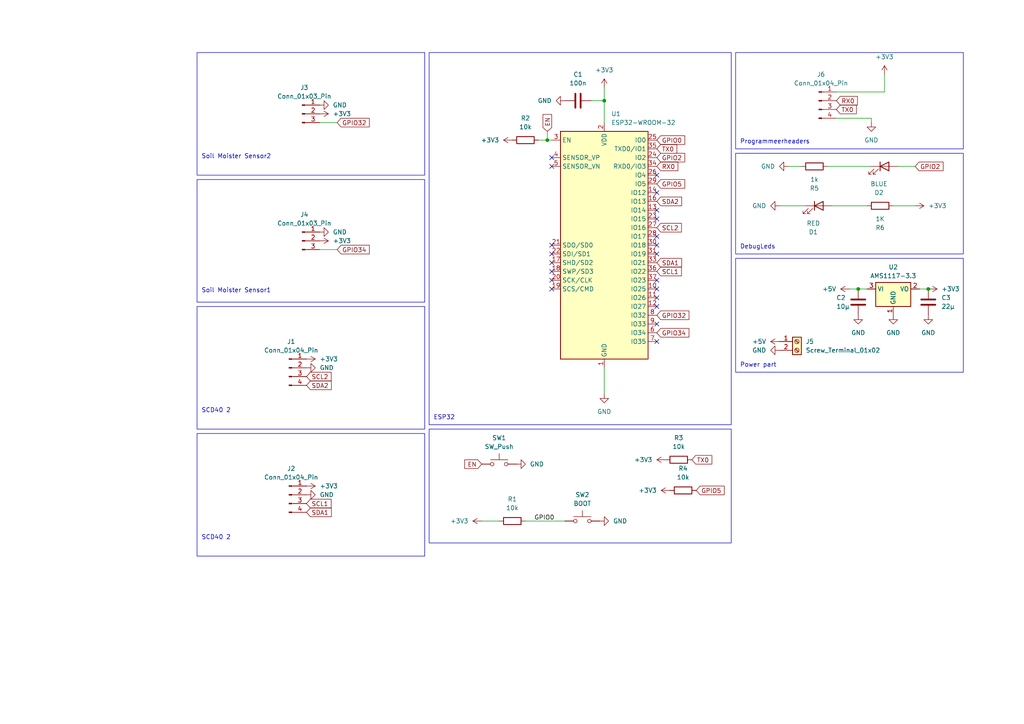
<source format=kicad_sch>
(kicad_sch (version 20231120) (generator "eeschema") (generator_version "8.0")
  (paper "A4")
  (lib_symbols
    (symbol "+3V3_1" (power) (pin_names (offset 0))
      (property "Value" "+3V3_1" (at 0 3.556 0))
      (symbol "+3V3_1_0_1"
        (polyline (pts (xy -0.762 1.27) (xy 0 2.54)))
        (polyline (pts (xy 0 0) (xy 0 2.54)))
        (polyline (pts (xy 0 2.54) (xy 0.762 1.27)))
      )
      (symbol "+3V3_1_1_1"
        (pin power_in line (at 0 0 90) (length 0) hide (name "+3V3") (number "1"))
      )
    )
    (symbol "+3V3_2" (power) (pin_names (offset 0))
      (property "Value" "+3V3_2" (at 0 3.556 0))
      (symbol "+3V3_2_0_1"
        (polyline (pts (xy -0.762 1.27) (xy 0 2.54)))
        (polyline (pts (xy 0 0) (xy 0 2.54)))
        (polyline (pts (xy 0 2.54) (xy 0.762 1.27)))
      )
      (symbol "+3V3_2_1_1"
        (pin power_in line (at 0 0 90) (length 0) hide (name "+3V3") (number "1"))
      )
    )
    (symbol "+3V3_3" (power) (pin_names (offset 0))
      (property "Value" "+3V3_3" (at 0 3.556 0))
      (symbol "+3V3_3_0_1"
        (polyline (pts (xy -0.762 1.27) (xy 0 2.54)))
        (polyline (pts (xy 0 0) (xy 0 2.54)))
        (polyline (pts (xy 0 2.54) (xy 0.762 1.27)))
      )
      (symbol "+3V3_3_1_1"
        (pin power_in line (at 0 0 90) (length 0) hide (name "+3V3") (number "1"))
      )
    )
    (symbol "+3V3_4" (power) (pin_names (offset 0))
      (property "Value" "+3V3_4" (at 0 3.556 0))
      (symbol "+3V3_4_0_1"
        (polyline (pts (xy -0.762 1.27) (xy 0 2.54)))
        (polyline (pts (xy 0 0) (xy 0 2.54)))
        (polyline (pts (xy 0 2.54) (xy 0.762 1.27)))
      )
      (symbol "+3V3_4_1_1"
        (pin power_in line (at 0 0 90) (length 0) hide (name "+3V3") (number "1"))
      )
    )
    (symbol "+3V3_5" (power) (pin_names (offset 0))
      (property "Value" "+3V3_5" (at 0 3.556 0))
      (symbol "+3V3_5_0_1"
        (polyline (pts (xy -0.762 1.27) (xy 0 2.54)))
        (polyline (pts (xy 0 0) (xy 0 2.54)))
        (polyline (pts (xy 0 2.54) (xy 0.762 1.27)))
      )
      (symbol "+3V3_5_1_1"
        (pin power_in line (at 0 0 90) (length 0) hide (name "+3V3") (number "1"))
      )
    )
    (symbol "+3V3_6" (power) (pin_names (offset 0))
      (property "Value" "+3V3_6" (at 0 3.556 0))
      (symbol "+3V3_6_0_1"
        (polyline (pts (xy -0.762 1.27) (xy 0 2.54)))
        (polyline (pts (xy 0 0) (xy 0 2.54)))
        (polyline (pts (xy 0 2.54) (xy 0.762 1.27)))
      )
      (symbol "+3V3_6_1_1"
        (pin power_in line (at 0 0 90) (length 0) hide (name "+3V3") (number "1"))
      )
    )
    (symbol "+5V_1" (power) (pin_names (offset 0))
      (property "Value" "+5V_1" (at 0 3.556 0))
      (symbol "+5V_1_0_1"
        (polyline (pts (xy -0.762 1.27) (xy 0 2.54)))
        (polyline (pts (xy 0 0) (xy 0 2.54)))
        (polyline (pts (xy 0 2.54) (xy 0.762 1.27)))
      )
      (symbol "+5V_1_1_1"
        (pin power_in line (at 0 0 90) (length 0) hide (name "+5V") (number "1"))
      )
    )
    (symbol "Connector:Conn_01x03_Pin" (pin_names (offset 1.016) hide)
      (property "Reference" "J" (at 0 5.08 0))
      (property "Value" "Conn_01x03_Pin" (at 0 -5.08 0))
      (symbol "Conn_01x03_Pin_1_1"
        (polyline (pts (xy 1.27 -2.54) (xy 0.8636 -2.54)) (stroke (width 0.1524)))
        (polyline (pts (xy 1.27 0) (xy 0.8636 0)) (stroke (width 0.1524)))
        (polyline (pts (xy 1.27 2.54) (xy 0.8636 2.54)) (stroke (width 0.1524)))
        (rectangle (start 0.8636 -2.413) (end 0 -2.667) (stroke (width 0.1524)) (fill (type outline)))
        (rectangle (start 0.8636 0.127) (end 0 -0.127) (stroke (width 0.1524)) (fill (type outline)))
        (rectangle (start 0.8636 2.667) (end 0 2.413) (stroke (width 0.1524)) (fill (type outline)))
        (pin passive line (at 5.08 2.54 180) (length 3.81) (name "Pin_1") (number "1"))
        (pin passive line (at 5.08 0 180) (length 3.81) (name "Pin_2") (number "2"))
        (pin passive line (at 5.08 -2.54 180) (length 3.81) (name "Pin_3") (number "3"))
      )
    )
    (symbol "Connector:Conn_01x04_Pin" (pin_names (offset 1.016) hide)
      (property "Reference" "J" (at 0 5.08 0))
      (property "Value" "Conn_01x04_Pin" (at 0 -7.62 0))
      (symbol "Conn_01x04_Pin_1_1"
        (polyline (pts (xy 1.27 -5.08) (xy 0.8636 -5.08)) (stroke (width 0.1524)))
        (polyline (pts (xy 1.27 -2.54) (xy 0.8636 -2.54)) (stroke (width 0.1524)))
        (polyline (pts (xy 1.27 0) (xy 0.8636 0)) (stroke (width 0.1524)))
        (polyline (pts (xy 1.27 2.54) (xy 0.8636 2.54)) (stroke (width 0.1524)))
        (rectangle (start 0.8636 -4.953) (end 0 -5.207) (stroke (width 0.1524)) (fill (type outline)))
        (rectangle (start 0.8636 -2.413) (end 0 -2.667) (stroke (width 0.1524)) (fill (type outline)))
        (rectangle (start 0.8636 0.127) (end 0 -0.127) (stroke (width 0.1524)) (fill (type outline)))
        (rectangle (start 0.8636 2.667) (end 0 2.413) (stroke (width 0.1524)) (fill (type outline)))
        (pin passive line (at 5.08 2.54 180) (length 3.81) (name "Pin_1") (number "1"))
        (pin passive line (at 5.08 0 180) (length 3.81) (name "Pin_2") (number "2"))
        (pin passive line (at 5.08 -2.54 180) (length 3.81) (name "Pin_3") (number "3"))
        (pin passive line (at 5.08 -5.08 180) (length 3.81) (name "Pin_4") (number "4"))
      )
    )
    (symbol "Connector:Screw_Terminal_01x02" (pin_names (offset 1.016) hide)
      (property "Reference" "J" (at 0 2.54 0))
      (property "Value" "Screw_Terminal_01x02" (at 0 -5.08 0))
      (symbol "Screw_Terminal_01x02_1_1"
        (rectangle (start -1.27 1.27) (end 1.27 -3.81) (stroke (width 0.254)) (fill (type background)))
        (circle (center 0 -2.54) (radius 0.635) (stroke (width 0.1524)))
        (polyline (pts (xy -0.5334 -2.2098) (xy 0.3302 -3.048)) (stroke (width 0.1524)))
        (polyline (pts (xy -0.5334 0.3302) (xy 0.3302 -0.508)) (stroke (width 0.1524)))
        (polyline (pts (xy -0.3556 -2.032) (xy 0.508 -2.8702)) (stroke (width 0.1524)))
        (polyline (pts (xy -0.3556 0.508) (xy 0.508 -0.3302)) (stroke (width 0.1524)))
        (circle (center 0 0) (radius 0.635) (stroke (width 0.1524)))
        (pin passive line (at -5.08 0 0) (length 3.81) (name "Pin_1") (number "1"))
        (pin passive line (at -5.08 -2.54 0) (length 3.81) (name "Pin_2") (number "2"))
      )
    )
    (symbol "Device:C" (pin_numbers hide) (pin_names (offset 0.254))
      (property "Reference" "C" (at 0.635 2.54 0))
      (property "Value" "C" (at 0.635 -2.54 0))
      (symbol "C_0_1"
        (polyline (pts (xy -2.032 -0.762) (xy 2.032 -0.762)) (stroke (width 0.508)))
        (polyline (pts (xy -2.032 0.762) (xy 2.032 0.762)) (stroke (width 0.508)))
      )
      (symbol "C_1_1"
        (pin passive line (at 0 3.81 270) (length 2.794) (name "~") (number "1"))
        (pin passive line (at 0 -3.81 90) (length 2.794) (name "~") (number "2"))
      )
    )
    (symbol "Device:LED" (pin_numbers hide) (pin_names (offset 1.016) hide)
      (property "Reference" "D" (at 0 2.54 0))
      (property "Value" "LED" (at 0 -2.54 0))
      (symbol "LED_0_1"
        (polyline (pts (xy -1.27 -1.27) (xy -1.27 1.27)) (stroke (width 0.254)))
        (polyline (pts (xy -1.27 0) (xy 1.27 0)))
        (polyline (pts (xy 1.27 -1.27) (xy 1.27 1.27) (xy -1.27 0) (xy 1.27 -1.27)) (stroke (width 0.254)))
        (polyline (pts (xy -3.048 -0.762) (xy -4.572 -2.286) (xy -3.81 -2.286) (xy -4.572 -2.286) (xy -4.572 -1.524)))
        (polyline (pts (xy -1.778 -0.762) (xy -3.302 -2.286) (xy -2.54 -2.286) (xy -3.302 -2.286) (xy -3.302 -1.524)))
      )
      (symbol "LED_1_1"
        (pin passive line (at -3.81 0 0) (length 2.54) (name "K") (number "1"))
        (pin passive line (at 3.81 0 180) (length 2.54) (name "A") (number "2"))
      )
    )
    (symbol "Device:R" (pin_numbers hide) (pin_names (offset 0))
      (property "Reference" "R" (at 2.032 0 90))
      (property "Value" "R" (at 0 0 90))
      (symbol "R_0_1"
        (rectangle (start -1.016 -2.54) (end 1.016 2.54) (stroke (width 0.254)))
      )
      (symbol "R_1_1"
        (pin passive line (at 0 3.81 270) (length 1.27) (name "~") (number "1"))
        (pin passive line (at 0 -3.81 90) (length 1.27) (name "~") (number "2"))
      )
    )
    (symbol "GND_5" (power) (pin_names (offset 0))
      (property "Value" "GND_5" (at 0 -3.81 0))
      (symbol "GND_5_0_1"
        (polyline (pts (xy 0 0) (xy 0 -1.27) (xy 1.27 -1.27) (xy 0 -2.54) (xy -1.27 -1.27) (xy 0 -1.27)))
      )
      (symbol "GND_5_1_1"
        (pin power_in line (at 0 0 270) (length 0) hide (name "GND") (number "1"))
      )
    )
    (symbol "GND_6" (power) (pin_names (offset 0))
      (property "Value" "GND_6" (at 0 -3.81 0))
      (symbol "GND_6_0_1"
        (polyline (pts (xy 0 0) (xy 0 -1.27) (xy 1.27 -1.27) (xy 0 -2.54) (xy -1.27 -1.27) (xy 0 -1.27)))
      )
      (symbol "GND_6_1_1"
        (pin power_in line (at 0 0 270) (length 0) hide (name "GND") (number "1"))
      )
    )
    (symbol "RF_Module:ESP32-WROOM-32"
      (property "Reference" "U1" (at 2.0194 38.1 0))
      (property "Value" "ESP32-WROOM-32" (at 2.0194 35.56 0))
      (symbol "ESP32-WROOM-32_0_1"
        (rectangle (start -12.7 33.02) (end 12.7 -33.02) (stroke (width 0.254)) (fill (type background)))
      )
      (symbol "ESP32-WROOM-32_1_1"
        (pin power_in line (at 0 -35.56 90) (length 2.54) (name "GND") (number "1"))
        (pin bidirectional line (at 15.24 -12.7 180) (length 2.54) (name "IO25") (number "10"))
        (pin bidirectional line (at 15.24 -15.24 180) (length 2.54) (name "IO26") (number "11"))
        (pin bidirectional line (at 15.24 -17.78 180) (length 2.54) (name "IO27") (number "12"))
        (pin bidirectional line (at 15.24 10.16 180) (length 2.54) (name "IO14") (number "13"))
        (pin bidirectional line (at 15.24 15.24 180) (length 2.54) (name "IO12") (number "14"))
        (pin power_out line (at 0 -35.56 90) (length 2.54) hide (name "GND") (number "15"))
        (pin bidirectional line (at 15.24 12.7 180) (length 2.54) (name "IO13") (number "16"))
        (pin bidirectional line (at -15.24 -5.08 0) (length 2.54) (name "SHD/SD2") (number "17"))
        (pin bidirectional line (at -15.24 -7.62 0) (length 2.54) (name "SWP/SD3") (number "18"))
        (pin bidirectional line (at -15.24 -12.7 0) (length 2.54) (name "SCS/CMD") (number "19"))
        (pin power_in line (at 0 35.56 270) (length 2.54) (name "VDD") (number "2"))
        (pin bidirectional line (at -15.24 -10.16 0) (length 2.54) (name "SCK/CLK") (number "20"))
        (pin bidirectional line (at -15.24 0 0) (length 2.54) (name "SDO/SD0") (number "21"))
        (pin bidirectional line (at -15.24 -2.54 0) (length 2.54) (name "SDI/SD1") (number "22"))
        (pin bidirectional line (at 15.24 7.62 180) (length 2.54) (name "IO15") (number "23"))
        (pin bidirectional line (at 15.24 25.4 180) (length 2.54) (name "IO2") (number "24"))
        (pin bidirectional line (at 15.24 30.48 180) (length 2.54) (name "IO0") (number "25"))
        (pin bidirectional line (at 15.24 20.32 180) (length 2.54) (name "IO4") (number "26"))
        (pin bidirectional line (at 15.24 5.08 180) (length 2.54) (name "IO16") (number "27"))
        (pin bidirectional line (at 15.24 2.54 180) (length 2.54) (name "IO17") (number "28"))
        (pin bidirectional line (at 15.24 17.78 180) (length 2.54) (name "IO5") (number "29"))
        (pin input line (at -15.24 30.48 0) (length 2.54) (name "EN") (number "3"))
        (pin bidirectional line (at 15.24 0 180) (length 2.54) (name "IO18") (number "30"))
        (pin bidirectional line (at 15.24 -2.54 180) (length 2.54) (name "IO19") (number "31"))
        (pin no_connect line (at -12.7 -27.94 0) (length 2.54) hide (name "NC") (number "32"))
        (pin bidirectional line (at 15.24 -5.08 180) (length 2.54) (name "IO21") (number "33"))
        (pin bidirectional line (at 15.24 22.86 180) (length 2.54) (name "RXD0/IO3") (number "34"))
        (pin bidirectional line (at 15.24 27.94 180) (length 2.54) (name "TXD0/IO1") (number "35"))
        (pin bidirectional line (at 15.24 -7.62 180) (length 2.54) (name "IO22") (number "36"))
        (pin bidirectional line (at 15.24 -10.16 180) (length 2.54) (name "IO23") (number "37"))
        (pin passive line (at 0 -35.56 90) (length 2.54) hide (name "GND") (number "38"))
        (pin passive line (at 0 -35.56 90) (length 2.54) hide (name "GND") (number "39"))
        (pin input line (at -15.24 25.4 0) (length 2.54) (name "SENSOR_VP") (number "4"))
        (pin input line (at -15.24 22.86 0) (length 2.54) (name "SENSOR_VN") (number "5"))
        (pin input line (at 15.24 -25.4 180) (length 2.54) (name "IO34") (number "6"))
        (pin input line (at 15.24 -27.94 180) (length 2.54) (name "IO35") (number "7"))
        (pin bidirectional line (at 15.24 -20.32 180) (length 2.54) (name "IO32") (number "8"))
        (pin bidirectional line (at 15.24 -22.86 180) (length 2.54) (name "IO33") (number "9"))
      )
    )
    (symbol "Regulator_Linear:AMS1117-3.3"
      (property "Reference" "U3" (at 0 6.35 0))
      (property "Value" "AMS1117-3.3" (at 0 3.81 0))
      (symbol "AMS1117-3.3_0_1"
        (rectangle (start -5.08 -5.08) (end 5.08 1.905) (stroke (width 0.254)) (fill (type background)))
      )
      (symbol "AMS1117-3.3_1_1"
        (pin power_in line (at 0 -7.62 90) (length 2.54) (name "GND") (number "1"))
        (pin power_out line (at 7.62 0 180) (length 2.54) (name "VO") (number "2"))
        (pin power_out line (at -7.62 0 0) (length 2.54) (name "VI") (number "3"))
      )
    )
    (symbol "Switch:SW_Push" (pin_numbers hide) (pin_names (offset 1.016) hide)
      (property "Reference" "SW" (at 1.27 2.54 0))
      (property "Value" "SW_Push" (at 0 -1.524 0))
      (symbol "SW_Push_0_1"
        (circle (center -2.032 0) (radius 0.508))
        (polyline (pts (xy 0 1.27) (xy 0 3.048)))
        (polyline (pts (xy 2.54 1.27) (xy -2.54 1.27)))
        (circle (center 2.032 0) (radius 0.508))
        (pin passive line (at -5.08 0 0) (length 2.54) (name "1") (number "1"))
        (pin passive line (at 5.08 0 180) (length 2.54) (name "2") (number "2"))
      )
    )
    (symbol "power:+5V" (power) (pin_names (offset 0))
      (property "Value" "+5V" (at 0 3.556 0))
      (symbol "+5V_0_1"
        (polyline (pts (xy -0.762 1.27) (xy 0 2.54)))
        (polyline (pts (xy 0 0) (xy 0 2.54)))
        (polyline (pts (xy 0 2.54) (xy 0.762 1.27)))
      )
      (symbol "+5V_1_1"
        (pin power_in line (at 0 0 90) (length 0) hide (name "+5V") (number "1"))
      )
    )
  )
  (junction (at 158.75 40.64))
  (junction (at 175.26 29.21))
  (junction (at 248.92 83.82))
  (junction (at 269.24 83.82))
  (no_connect (at 190.5 86.36))
  (no_connect (at 190.5 99.06))
  (no_connect (at 190.5 83.82))
  (no_connect (at 160.02 83.82))
  (no_connect (at 190.5 88.9))
  (no_connect (at 190.5 81.28))
  (no_connect (at 160.02 45.72))
  (no_connect (at 160.02 81.28))
  (no_connect (at 190.5 71.12))
  (no_connect (at 160.02 71.12))
  (no_connect (at 190.5 63.5))
  (no_connect (at 190.5 73.66))
  (no_connect (at 160.02 76.2))
  (no_connect (at 190.5 60.96))
  (no_connect (at 190.5 93.98))
  (no_connect (at 190.5 68.58))
  (no_connect (at 160.02 48.26))
  (no_connect (at 190.5 50.8))
  (no_connect (at 160.02 73.66))
  (no_connect (at 190.5 55.88))
  (no_connect (at 160.02 78.74))
  (wire (pts (xy 265.43 48.26) (xy 260.35 48.26)))
  (wire (pts (xy 175.26 106.68) (xy 175.26 114.3)))
  (wire (pts (xy 266.7 83.82) (xy 269.24 83.82)))
  (wire (pts (xy 232.41 48.26) (xy 228.6 48.26)))
  (wire (pts (xy 242.57 26.67) (xy 256.54 26.67)))
  (wire (pts (xy 139.7 151.13) (xy 144.78 151.13)))
  (wire (pts (xy 256.54 21.59) (xy 256.54 26.67)))
  (wire (pts (xy 248.92 83.82) (xy 251.46 83.82)))
  (wire (pts (xy 175.26 25.4) (xy 175.26 29.21)))
  (wire (pts (xy 175.26 29.21) (xy 175.26 35.56)))
  (wire (pts (xy 92.71 35.56) (xy 97.79 35.56)))
  (wire (pts (xy 252.73 34.29) (xy 252.73 35.56)))
  (wire (pts (xy 171.45 29.21) (xy 175.26 29.21)))
  (wire (pts (xy 156.21 40.64) (xy 158.75 40.64)))
  (wire (pts (xy 242.57 34.29) (xy 252.73 34.29)))
  (wire (pts (xy 246.38 83.82) (xy 248.92 83.82)))
  (wire (pts (xy 252.73 48.26) (xy 240.03 48.26)))
  (wire (pts (xy 265.43 59.69) (xy 259.08 59.69)))
  (wire (pts (xy 92.71 72.39) (xy 97.79 72.39)))
  (wire (pts (xy 158.75 40.64) (xy 160.02 40.64)))
  (wire (pts (xy 152.4 151.13) (xy 163.83 151.13)))
  (wire (pts (xy 158.75 38.1) (xy 158.75 40.64)))
  (wire (pts (xy 233.68 59.69) (xy 226.06 59.69)))
  (wire (pts (xy 251.46 59.69) (xy 241.3 59.69)))
  (rectangle (start 124.46 15.24) (end 212.09 123.19))
  (rectangle (start 57.15 15.24) (end 123.19 50.8))
  (rectangle (start 57.15 52.07) (end 123.19 87.63))
  (rectangle (start 213.36 74.93) (end 279.4 107.95))
  (rectangle (start 213.36 15.24) (end 279.4 43.18))
  (rectangle (start 124.46 124.46) (end 212.09 157.48))
  (rectangle (start 213.36 44.45) (end 279.4 73.66))
  (rectangle (start 57.15 88.9) (end 123.19 124.46))
  (rectangle (start 57.15 125.73) (end 123.19 161.29))
  (text "DebugLeds\n" (at 214.63 72.39 0) (effects (font (size 1.27 1.27)) (justify left bottom)))
  (text "Soil Moister Sensor1\n" (at 58.42 85.09 0) (effects (font (size 1.27 1.27)) (justify left bottom)))
  (text "Soil Moister Sensor2\n\n" (at 58.42 48.26 0) (effects (font (size 1.27 1.27)) (justify left bottom)))
  (text "Programmeerheaders" (at 214.63 41.91 0) (effects (font (size 1.27 1.27)) (justify left bottom)))
  (text "SCD40 2\n\n" (at 58.42 121.92 0) (effects (font (size 1.27 1.27)) (justify left bottom)))
  (text "ESP32\n" (at 125.73 121.92 0) (effects (font (size 1.27 1.27)) (justify left bottom)))
  (text "Power part\n" (at 214.63 106.68 0) (effects (font (size 1.27 1.27)) (justify left bottom)))
  (text "SCD40 2\n\n" (at 58.42 158.75 0) (effects (font (size 1.27 1.27)) (justify left bottom)))
  (label "GPIO0" (at 154.94 151.13 0))
  (global_label "GPIO5" (shape input) (at 190.5 53.34 0) (property "Intersheetrefs" "${INTERSHEET_REFS}" (effects (hide yes))))
  (global_label "EN" (shape input) (at 139.7 134.62 180) (property "Intersheetrefs" "${INTERSHEET_REFS}" (effects (hide yes))))
  (global_label "SCL1" (shape input) (at 88.9 146.05 0) (property "Intersheetrefs" "${INTERSHEET_REFS}" (effects (hide yes))))
  (global_label "GPIO0" (shape input) (at 190.5 40.64 0) (property "Intersheetrefs" "${INTERSHEET_REFS}" (effects (hide yes))))
  (global_label "SCL2" (shape input) (at 190.5 66.04 0) (property "Intersheetrefs" "${INTERSHEET_REFS}" (effects (hide yes))))
  (global_label "RX0" (shape input) (at 190.5 48.26 0) (property "Intersheetrefs" "${INTERSHEET_REFS}" (effects (hide yes))))
  (global_label "EN" (shape input) (at 158.75 38.1 90) (property "Intersheetrefs" "${INTERSHEET_REFS}" (effects (hide yes))))
  (global_label "TX0" (shape input) (at 242.57 31.75 0) (property "Intersheetrefs" "${INTERSHEET_REFS}" (effects (hide yes))))
  (global_label "GPIO34" (shape input) (at 190.5 96.52 0) (property "Intersheetrefs" "${INTERSHEET_REFS}" (effects (hide yes))))
  (global_label "GPIO32" (shape input) (at 97.79 35.56 0) (property "Intersheetrefs" "${INTERSHEET_REFS}" (effects (hide yes))))
  (global_label "SDA1" (shape input) (at 88.9 148.59 0) (property "Intersheetrefs" "${INTERSHEET_REFS}" (effects (hide yes))))
  (global_label "GPIO32" (shape input) (at 190.5 91.44 0) (property "Intersheetrefs" "${INTERSHEET_REFS}" (effects (hide yes))))
  (global_label "SDA2" (shape input) (at 190.5 58.42 0) (property "Intersheetrefs" "${INTERSHEET_REFS}" (effects (hide yes))))
  (global_label "SCL2" (shape input) (at 88.9 109.22 0) (property "Intersheetrefs" "${INTERSHEET_REFS}" (effects (hide yes))))
  (global_label "GPIO5" (shape input) (at 201.93 142.24 0) (property "Intersheetrefs" "${INTERSHEET_REFS}" (effects (hide yes))))
  (global_label "SDA1" (shape input) (at 190.5 76.2 0) (property "Intersheetrefs" "${INTERSHEET_REFS}" (effects (hide yes))))
  (global_label "RX0" (shape input) (at 242.57 29.21 0) (property "Intersheetrefs" "${INTERSHEET_REFS}" (effects (hide yes))))
  (global_label "SDA2" (shape input) (at 88.9 111.76 0) (property "Intersheetrefs" "${INTERSHEET_REFS}" (effects (hide yes))))
  (global_label "TX0" (shape input) (at 190.5 43.18 0) (property "Intersheetrefs" "${INTERSHEET_REFS}" (effects (hide yes))))
  (global_label "TX0" (shape input) (at 200.66 133.35 0) (property "Intersheetrefs" "${INTERSHEET_REFS}" (effects (hide yes))))
  (global_label "GPIO2" (shape input) (at 190.5 45.72 0) (property "Intersheetrefs" "${INTERSHEET_REFS}" (effects (hide yes))))
  (global_label "GPIO34" (shape input) (at 97.79 72.39 0) (property "Intersheetrefs" "${INTERSHEET_REFS}" (effects (hide yes))))
  (global_label "GPIO2" (shape input) (at 265.43 48.26 0) (property "Intersheetrefs" "${INTERSHEET_REFS}" (effects (hide yes))))
  (global_label "SCL1" (shape input) (at 190.5 78.74 0) (property "Intersheetrefs" "${INTERSHEET_REFS}" (effects (hide yes))))
  (symbol (lib_name "GND_5") (lib_id "power:GND") (at 175.26 114.3 0) (unit 1)
    (property "Reference" "#PWR015" (effects (hide yes)))
    (property "Value" "GND" (at 175.26 119.38 0))
  )
  (symbol (lib_id "Connector:Conn_01x04_Pin") (at 237.49 29.21 0) (unit 1)
    (property "Reference" "J6" (at 238.125 21.59 0))
    (property "Value" "Conn_01x04_Pin" (at 238.125 24.13 0))
    (property "Footprint" "Connector_PinHeader_2.54mm:PinHeader_1x04_P2.54mm_Vertical" (effects (hide yes)))
  )
  (symbol (lib_id "Device:C") (at 167.64 29.21 90) (unit 1)
    (property "Reference" "C1" (at 167.64 21.59 90))
    (property "Value" "100n" (at 167.64 24.13 90))
    (property "Footprint" "Capacitor_SMD:C_0805_2012Metric" (effects (hide yes)))
  )
  (symbol (lib_name "GND_6") (lib_id "power:GND") (at 259.08 91.44 0) (unit 1)
    (property "Reference" "#PWR026" (effects (hide yes)))
    (property "Value" "GND" (at 259.08 96.52 0))
  )
  (symbol (lib_name "GND_6") (lib_id "power:GND") (at 252.73 35.56 0) (unit 1)
    (property "Reference" "#PWR024" (effects (hide yes)))
    (property "Value" "GND" (at 252.73 40.64 0))
  )
  (symbol (lib_id "RF_Module:ESP32-WROOM-32") (at 175.26 71.12 0) (unit 1)
    (property "Reference" "U1" (at 177.2794 33.02 0) (effects (justify left)))
    (property "Value" "ESP32-WROOM-32" (at 177.2794 35.56 0) (effects (justify left)))
    (property "Footprint" "RF_Module:ESP32-WROOM-32" (effects (hide yes)))
    (property "Datasheet" "https://www.espressif.com/sites/default/files/documentation/esp32-wroom-32_datasheet_en.pdf" (effects (hide yes)))
  )
  (symbol (lib_name "+3V3_6") (lib_id "power:+3V3") (at 92.71 33.02 270) (unit 1)
    (property "Reference" "#PWR06" (effects (hide yes)))
    (property "Value" "+3V3" (at 96.52 33.02 90) (effects (justify left)))
  )
  (symbol (lib_name "+3V3_2") (lib_id "power:+3V3") (at 148.59 40.64 90) (unit 1)
    (property "Reference" "#PWR010" (effects (hide yes)))
    (property "Value" "+3V3" (at 144.78 40.64 90) (effects (justify left)))
  )
  (symbol (lib_id "Device:R") (at 236.22 48.26 90) (unit 1)
    (property "Reference" "R5" (at 236.22 54.61 90))
    (property "Value" "1k" (at 236.22 52.07 90))
    (property "Footprint" "Resistor_SMD:R_0805_2012Metric" (effects (hide yes)))
  )
  (symbol (lib_id "Connector:Conn_01x04_Pin") (at 83.82 106.68 0) (unit 1)
    (property "Reference" "J1" (at 84.455 99.06 0))
    (property "Value" "Conn_01x04_Pin" (at 84.455 101.6 0))
    (property "Footprint" "Connector_PinHeader_2.54mm:PinHeader_1x04_P2.54mm_Vertical" (effects (hide yes)))
  )
  (symbol (lib_name "GND_6") (lib_id "power:GND") (at 248.92 91.44 0) (unit 1)
    (property "Reference" "#PWR023" (effects (hide yes)))
    (property "Value" "GND" (at 248.92 96.52 0))
  )
  (symbol (lib_name "+3V3_6") (lib_id "power:+3V3") (at 194.31 142.24 90) (unit 1)
    (property "Reference" "#PWR017" (effects (hide yes)))
    (property "Value" "+3V3" (at 190.5 142.24 90) (effects (justify left)))
  )
  (symbol (lib_name "GND_6") (lib_id "power:GND") (at 228.6 48.26 270) (unit 1)
    (property "Reference" "#PWR021" (effects (hide yes)))
    (property "Value" "GND" (at 224.79 48.26 90) (effects (justify right)))
  )
  (symbol (lib_name "+5V_1") (lib_id "power:+5V") (at 226.06 99.06 90) (unit 1)
    (property "Reference" "#PWR019" (effects (hide yes)))
    (property "Value" "+5V" (at 222.25 99.06 90) (effects (justify left)))
  )
  (symbol (lib_name "GND_6") (lib_id "power:GND") (at 173.99 151.13 90) (unit 1)
    (property "Reference" "#PWR013" (effects (hide yes)))
    (property "Value" "GND" (at 177.8 151.13 90) (effects (justify right)))
  )
  (symbol (lib_name "GND_6") (lib_id "power:GND") (at 88.9 106.68 90) (unit 1)
    (property "Reference" "#PWR02" (effects (hide yes)))
    (property "Value" "GND" (at 92.71 106.68 90) (effects (justify right)))
  )
  (symbol (lib_name "+3V3_6") (lib_id "power:+3V3") (at 92.71 69.85 270) (unit 1)
    (property "Reference" "#PWR08" (effects (hide yes)))
    (property "Value" "+3V3" (at 96.52 69.85 90) (effects (justify left)))
  )
  (symbol (lib_name "+3V3_6") (lib_id "power:+3V3") (at 139.7 151.13 90) (unit 1)
    (property "Reference" "#PWR09" (effects (hide yes)))
    (property "Value" "+3V3" (at 135.89 151.13 90) (effects (justify left)))
  )
  (symbol (lib_id "Device:R") (at 148.59 151.13 270) (unit 1)
    (property "Reference" "R1" (at 148.59 144.78 90))
    (property "Value" "10k" (at 148.59 147.32 90))
    (property "Footprint" "Resistor_SMD:R_0805_2012Metric" (effects (hide yes)))
  )
  (symbol (lib_name "GND_6") (lib_id "power:GND") (at 92.71 30.48 90) (unit 1)
    (property "Reference" "#PWR05" (effects (hide yes)))
    (property "Value" "GND" (at 96.52 30.48 90) (effects (justify right)))
  )
  (symbol (lib_id "Device:LED") (at 237.49 59.69 0) (unit 1)
    (property "Reference" "D1" (at 235.9025 67.31 0))
    (property "Value" "RED" (at 235.9025 64.77 0))
    (property "Footprint" "LED_SMD:LED_0805_2012Metric" (effects (hide yes)))
  )
  (symbol (lib_name "GND_6") (lib_id "power:GND") (at 226.06 101.6 270) (unit 1)
    (property "Reference" "#PWR020" (effects (hide yes)))
    (property "Value" "GND" (at 222.25 101.6 90) (effects (justify right)))
  )
  (symbol (lib_id "Device:R") (at 198.12 142.24 270) (unit 1)
    (property "Reference" "R4" (at 198.12 135.89 90))
    (property "Value" "10k" (at 198.12 138.43 90))
    (property "Footprint" "Resistor_SMD:R_0805_2012Metric" (effects (hide yes)))
  )
  (symbol (lib_id "Regulator_Linear:AMS1117-3.3") (at 259.08 83.82 0) (unit 1)
    (property "Reference" "U2" (at 259.08 77.47 0))
    (property "Value" "AMS1117-3.3" (at 259.08 80.01 0))
    (property "Footprint" "Package_TO_SOT_SMD:SOT-223-3_TabPin2" (effects (hide yes)))
    (property "Datasheet" "http://www.advanced-monolithic.com/pdf/ds1117.pdf" (effects (hide yes)))
  )
  (symbol (lib_name "GND_6") (lib_id "power:GND") (at 269.24 91.44 0) (unit 1)
    (property "Reference" "#PWR029" (effects (hide yes)))
    (property "Value" "GND" (at 269.24 96.52 0))
  )
  (symbol (lib_name "GND_6") (lib_id "power:GND") (at 149.86 134.62 90) (unit 1)
    (property "Reference" "#PWR011" (effects (hide yes)))
    (property "Value" "GND" (at 153.67 134.62 90) (effects (justify right)))
  )
  (symbol (lib_id "Switch:SW_Push") (at 168.91 151.13 0) (unit 1)
    (property "Reference" "SW2" (at 168.91 143.51 0))
    (property "Value" "BOOT" (at 168.91 146.05 0))
    (property "Footprint" "Button_Switch_SMD:SW_DIP_SPSTx01_Slide_Copal_CHS-01B_W7.62mm_P1.27mm" (effects (hide yes)))
  )
  (symbol (lib_id "power:+5V") (at 246.38 83.82 90) (unit 1)
    (property "Reference" "#PWR022" (effects (hide yes)))
    (property "Value" "+5V" (at 242.57 83.82 90) (effects (justify left)))
  )
  (symbol (lib_name "GND_6") (lib_id "power:GND") (at 88.9 143.51 90) (unit 1)
    (property "Reference" "#PWR04" (effects (hide yes)))
    (property "Value" "GND" (at 92.71 143.51 90) (effects (justify right)))
  )
  (symbol (lib_name "+3V3_4") (lib_id "power:+3V3") (at 88.9 140.97 270) (unit 1)
    (property "Reference" "#PWR03" (effects (hide yes)))
    (property "Value" "+3V3" (at 92.71 140.97 90) (effects (justify left)))
  )
  (symbol (lib_name "+3V3_6") (lib_id "power:+3V3") (at 193.04 133.35 90) (unit 1)
    (property "Reference" "#PWR016" (effects (hide yes)))
    (property "Value" "+3V3" (at 189.23 133.35 90) (effects (justify left)))
  )
  (symbol (lib_id "Connector:Conn_01x03_Pin") (at 87.63 33.02 0) (unit 1)
    (property "Reference" "J3" (at 88.265 25.4 0))
    (property "Value" "Conn_01x03_Pin" (at 88.265 27.94 0))
    (property "Footprint" "Connector_PinHeader_2.54mm:PinHeader_1x03_P2.54mm_Vertical" (effects (hide yes)))
  )
  (symbol (lib_name "GND_6") (lib_id "power:GND") (at 163.83 29.21 270) (unit 1)
    (property "Reference" "#PWR012" (effects (hide yes)))
    (property "Value" "GND" (at 160.02 29.21 90) (effects (justify right)))
  )
  (symbol (lib_name "+3V3_4") (lib_id "power:+3V3") (at 256.54 21.59 0) (unit 1)
    (property "Reference" "#PWR025" (effects (hide yes)))
    (property "Value" "+3V3" (at 256.54 16.51 0))
  )
  (symbol (lib_name "GND_6") (lib_id "power:GND") (at 92.71 67.31 90) (unit 1)
    (property "Reference" "#PWR07" (effects (hide yes)))
    (property "Value" "GND" (at 96.52 67.31 90) (effects (justify right)))
  )
  (symbol (lib_name "+3V3_1") (lib_id "power:+3V3") (at 269.24 83.82 270) (unit 1)
    (property "Reference" "#PWR028" (effects (hide yes)))
    (property "Value" "+3V3" (at 273.05 83.82 90) (effects (justify left)))
  )
  (symbol (lib_id "Device:R") (at 196.85 133.35 270) (unit 1)
    (property "Reference" "R3" (at 196.85 127 90))
    (property "Value" "10k" (at 196.85 129.54 90))
    (property "Footprint" "Resistor_SMD:R_0805_2012Metric" (effects (hide yes)))
  )
  (symbol (lib_id "Device:C") (at 269.24 87.63 0) (unit 1)
    (property "Reference" "C3" (at 273.05 86.36 0) (effects (justify left)))
    (property "Value" "22µ" (at 273.05 88.9 0) (effects (justify left)))
    (property "Footprint" "Capacitor_SMD:C_0805_2012Metric" (effects (hide yes)))
  )
  (symbol (lib_id "Connector:Screw_Terminal_01x02") (at 231.14 99.06 0) (unit 1)
    (property "Reference" "J5" (at 233.68 99.06 0) (effects (justify left)))
    (property "Value" "Screw_Terminal_01x02" (at 233.68 101.6 0) (effects (justify left)))
    (property "Footprint" "TerminalBlock:TerminalBlock_bornier-2_P5.08mm" (effects (hide yes)))
  )
  (symbol (lib_name "GND_6") (lib_id "power:GND") (at 226.06 59.69 270) (unit 1)
    (property "Reference" "#PWR018" (effects (hide yes)))
    (property "Value" "GND" (at 222.25 59.69 90) (effects (justify right)))
  )
  (symbol (lib_name "+3V3_3") (lib_id "power:+3V3") (at 265.43 59.69 270) (unit 1)
    (property "Reference" "#PWR027" (effects (hide yes)))
    (property "Value" "+3V3" (at 269.24 59.69 90) (effects (justify left)))
  )
  (symbol (lib_id "Device:LED") (at 256.54 48.26 0) (unit 1)
    (property "Reference" "D2" (at 254.9525 55.88 0))
    (property "Value" "BLUE" (at 254.9525 53.34 0))
    (property "Footprint" "LED_SMD:LED_0805_2012Metric" (effects (hide yes)))
  )
  (symbol (lib_name "+3V3_4") (lib_id "power:+3V3") (at 88.9 104.14 270) (unit 1)
    (property "Reference" "#PWR01" (effects (hide yes)))
    (property "Value" "+3V3" (at 92.71 104.14 90) (effects (justify left)))
  )
  (symbol (lib_id "Device:R") (at 152.4 40.64 90) (unit 1)
    (property "Reference" "R2" (at 152.4 34.29 90))
    (property "Value" "10k" (at 152.4 36.83 90))
    (property "Footprint" "Resistor_SMD:R_0805_2012Metric" (effects (hide yes)))
  )
  (symbol (lib_id "Switch:SW_Push") (at 144.78 134.62 0) (unit 1)
    (property "Reference" "SW1" (at 144.78 127 0))
    (property "Value" "SW_Push" (at 144.78 129.54 0))
    (property "Footprint" "Button_Switch_SMD:SW_DIP_SPSTx01_Slide_Copal_CHS-01B_W7.62mm_P1.27mm" (effects (hide yes)))
  )
  (symbol (lib_id "Device:R") (at 255.27 59.69 90) (unit 1)
    (property "Reference" "R6" (at 255.27 66.04 90))
    (property "Value" "1K" (at 255.27 63.5 90))
    (property "Footprint" "Resistor_SMD:R_0805_2012Metric" (effects (hide yes)))
  )
  (symbol (lib_id "Device:C") (at 248.92 87.63 0) (unit 1)
    (property "Reference" "C2" (at 242.57 86.36 0) (effects (justify left)))
    (property "Value" "10µ" (at 242.57 88.9 0) (effects (justify left)))
    (property "Footprint" "Capacitor_SMD:C_0805_2012Metric" (effects (hide yes)))
  )
  (symbol (lib_name "+3V3_5") (lib_id "power:+3V3") (at 175.26 25.4 0) (unit 1)
    (property "Reference" "#PWR014" (effects (hide yes)))
    (property "Value" "+3V3" (at 175.26 20.32 0))
  )
  (symbol (lib_id "Connector:Conn_01x03_Pin") (at 87.63 69.85 0) (unit 1)
    (property "Reference" "J4" (at 88.265 62.23 0))
    (property "Value" "Conn_01x03_Pin" (at 88.265 64.77 0))
    (property "Footprint" "Connector_PinHeader_2.54mm:PinHeader_1x03_P2.54mm_Vertical" (effects (hide yes)))
  )
  (symbol (lib_id "Connector:Conn_01x04_Pin") (at 83.82 143.51 0) (unit 1)
    (property "Reference" "J2" (at 84.455 135.89 0))
    (property "Value" "Conn_01x04_Pin" (at 84.455 138.43 0))
    (property "Footprint" "Connector_PinHeader_2.54mm:PinHeader_1x04_P2.54mm_Vertical" (effects (hide yes)))
  )
)
</source>
